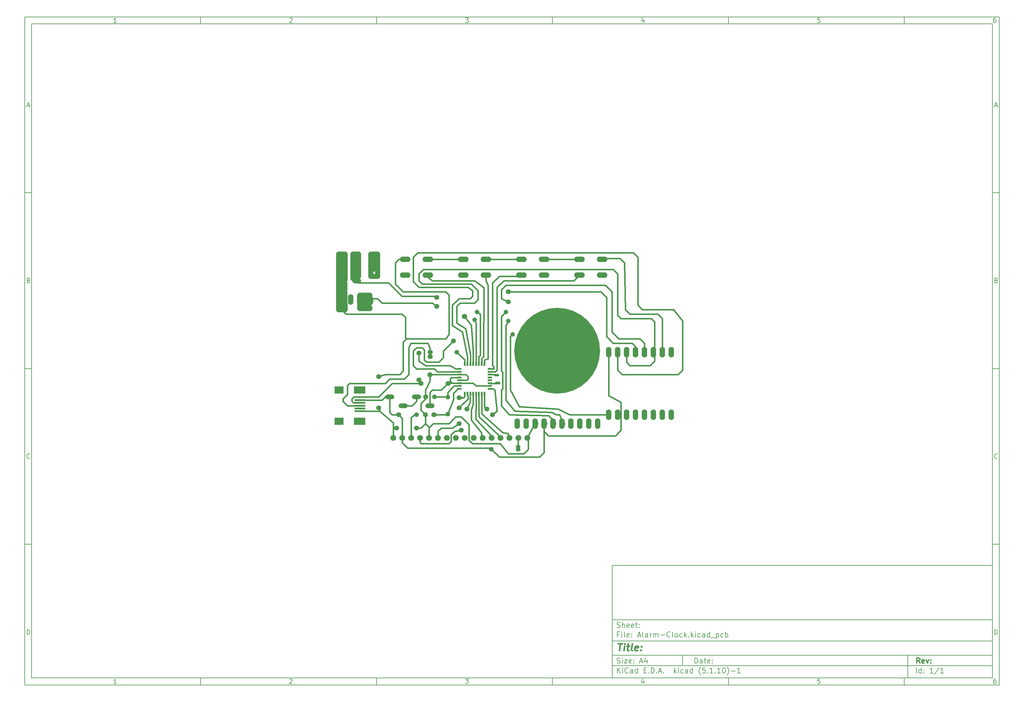
<source format=gbr>
%TF.GenerationSoftware,KiCad,Pcbnew,(5.1.10)-1*%
%TF.CreationDate,2021-11-24T23:11:51+01:00*%
%TF.ProjectId,Alarm-Clock,416c6172-6d2d-4436-9c6f-636b2e6b6963,rev?*%
%TF.SameCoordinates,Original*%
%TF.FileFunction,Copper,L1,Top*%
%TF.FilePolarity,Positive*%
%FSLAX46Y46*%
G04 Gerber Fmt 4.6, Leading zero omitted, Abs format (unit mm)*
G04 Created by KiCad (PCBNEW (5.1.10)-1) date 2021-11-24 23:11:51*
%MOMM*%
%LPD*%
G01*
G04 APERTURE LIST*
%ADD10C,0.100000*%
%ADD11C,0.150000*%
%ADD12C,0.300000*%
%ADD13C,0.400000*%
%TA.AperFunction,ComponentPad*%
%ADD14C,1.676400*%
%TD*%
%TA.AperFunction,ComponentPad*%
%ADD15C,1.320800*%
%TD*%
%TA.AperFunction,SMDPad,CuDef*%
%ADD16R,0.558800X1.270000*%
%TD*%
%TA.AperFunction,SMDPad,CuDef*%
%ADD17R,1.270000X0.558800*%
%TD*%
%TA.AperFunction,ComponentPad*%
%ADD18O,2.641600X1.320800*%
%TD*%
%TA.AperFunction,SMDPad,CuDef*%
%ADD19R,3.100000X0.500000*%
%TD*%
%TA.AperFunction,SMDPad,CuDef*%
%ADD20R,3.300000X2.000000*%
%TD*%
%TA.AperFunction,SMDPad,CuDef*%
%ADD21R,2.500000X2.000000*%
%TD*%
%TA.AperFunction,ComponentPad*%
%ADD22O,1.524000X3.048000*%
%TD*%
%TA.AperFunction,ComponentPad*%
%ADD23O,3.048000X1.524000*%
%TD*%
%TA.AperFunction,ComponentPad*%
%ADD24C,1.524000*%
%TD*%
%TA.AperFunction,ViaPad*%
%ADD25C,24.400000*%
%TD*%
%TA.AperFunction,ViaPad*%
%ADD26C,1.400000*%
%TD*%
%TA.AperFunction,ViaPad*%
%ADD27C,1.406400*%
%TD*%
%TA.AperFunction,ViaPad*%
%ADD28C,1.306400*%
%TD*%
%TA.AperFunction,Conductor*%
%ADD29C,0.406400*%
%TD*%
%TA.AperFunction,Conductor*%
%ADD30C,1.422400*%
%TD*%
%TA.AperFunction,Conductor*%
%ADD31C,0.600000*%
%TD*%
%TA.AperFunction,Conductor*%
%ADD32C,1.930400*%
%TD*%
%TA.AperFunction,Conductor*%
%ADD33C,0.609600*%
%TD*%
G04 APERTURE END LIST*
D10*
D11*
X177002200Y-166007200D02*
X177002200Y-198007200D01*
X285002200Y-198007200D01*
X285002200Y-166007200D01*
X177002200Y-166007200D01*
D10*
D11*
X10000000Y-10000000D02*
X10000000Y-200007200D01*
X287002200Y-200007200D01*
X287002200Y-10000000D01*
X10000000Y-10000000D01*
D10*
D11*
X12000000Y-12000000D02*
X12000000Y-198007200D01*
X285002200Y-198007200D01*
X285002200Y-12000000D01*
X12000000Y-12000000D01*
D10*
D11*
X60000000Y-12000000D02*
X60000000Y-10000000D01*
D10*
D11*
X110000000Y-12000000D02*
X110000000Y-10000000D01*
D10*
D11*
X160000000Y-12000000D02*
X160000000Y-10000000D01*
D10*
D11*
X210000000Y-12000000D02*
X210000000Y-10000000D01*
D10*
D11*
X260000000Y-12000000D02*
X260000000Y-10000000D01*
D10*
D11*
X36065476Y-11588095D02*
X35322619Y-11588095D01*
X35694047Y-11588095D02*
X35694047Y-10288095D01*
X35570238Y-10473809D01*
X35446428Y-10597619D01*
X35322619Y-10659523D01*
D10*
D11*
X85322619Y-10411904D02*
X85384523Y-10350000D01*
X85508333Y-10288095D01*
X85817857Y-10288095D01*
X85941666Y-10350000D01*
X86003571Y-10411904D01*
X86065476Y-10535714D01*
X86065476Y-10659523D01*
X86003571Y-10845238D01*
X85260714Y-11588095D01*
X86065476Y-11588095D01*
D10*
D11*
X135260714Y-10288095D02*
X136065476Y-10288095D01*
X135632142Y-10783333D01*
X135817857Y-10783333D01*
X135941666Y-10845238D01*
X136003571Y-10907142D01*
X136065476Y-11030952D01*
X136065476Y-11340476D01*
X136003571Y-11464285D01*
X135941666Y-11526190D01*
X135817857Y-11588095D01*
X135446428Y-11588095D01*
X135322619Y-11526190D01*
X135260714Y-11464285D01*
D10*
D11*
X185941666Y-10721428D02*
X185941666Y-11588095D01*
X185632142Y-10226190D02*
X185322619Y-11154761D01*
X186127380Y-11154761D01*
D10*
D11*
X236003571Y-10288095D02*
X235384523Y-10288095D01*
X235322619Y-10907142D01*
X235384523Y-10845238D01*
X235508333Y-10783333D01*
X235817857Y-10783333D01*
X235941666Y-10845238D01*
X236003571Y-10907142D01*
X236065476Y-11030952D01*
X236065476Y-11340476D01*
X236003571Y-11464285D01*
X235941666Y-11526190D01*
X235817857Y-11588095D01*
X235508333Y-11588095D01*
X235384523Y-11526190D01*
X235322619Y-11464285D01*
D10*
D11*
X285941666Y-10288095D02*
X285694047Y-10288095D01*
X285570238Y-10350000D01*
X285508333Y-10411904D01*
X285384523Y-10597619D01*
X285322619Y-10845238D01*
X285322619Y-11340476D01*
X285384523Y-11464285D01*
X285446428Y-11526190D01*
X285570238Y-11588095D01*
X285817857Y-11588095D01*
X285941666Y-11526190D01*
X286003571Y-11464285D01*
X286065476Y-11340476D01*
X286065476Y-11030952D01*
X286003571Y-10907142D01*
X285941666Y-10845238D01*
X285817857Y-10783333D01*
X285570238Y-10783333D01*
X285446428Y-10845238D01*
X285384523Y-10907142D01*
X285322619Y-11030952D01*
D10*
D11*
X60000000Y-198007200D02*
X60000000Y-200007200D01*
D10*
D11*
X110000000Y-198007200D02*
X110000000Y-200007200D01*
D10*
D11*
X160000000Y-198007200D02*
X160000000Y-200007200D01*
D10*
D11*
X210000000Y-198007200D02*
X210000000Y-200007200D01*
D10*
D11*
X260000000Y-198007200D02*
X260000000Y-200007200D01*
D10*
D11*
X36065476Y-199595295D02*
X35322619Y-199595295D01*
X35694047Y-199595295D02*
X35694047Y-198295295D01*
X35570238Y-198481009D01*
X35446428Y-198604819D01*
X35322619Y-198666723D01*
D10*
D11*
X85322619Y-198419104D02*
X85384523Y-198357200D01*
X85508333Y-198295295D01*
X85817857Y-198295295D01*
X85941666Y-198357200D01*
X86003571Y-198419104D01*
X86065476Y-198542914D01*
X86065476Y-198666723D01*
X86003571Y-198852438D01*
X85260714Y-199595295D01*
X86065476Y-199595295D01*
D10*
D11*
X135260714Y-198295295D02*
X136065476Y-198295295D01*
X135632142Y-198790533D01*
X135817857Y-198790533D01*
X135941666Y-198852438D01*
X136003571Y-198914342D01*
X136065476Y-199038152D01*
X136065476Y-199347676D01*
X136003571Y-199471485D01*
X135941666Y-199533390D01*
X135817857Y-199595295D01*
X135446428Y-199595295D01*
X135322619Y-199533390D01*
X135260714Y-199471485D01*
D10*
D11*
X185941666Y-198728628D02*
X185941666Y-199595295D01*
X185632142Y-198233390D02*
X185322619Y-199161961D01*
X186127380Y-199161961D01*
D10*
D11*
X236003571Y-198295295D02*
X235384523Y-198295295D01*
X235322619Y-198914342D01*
X235384523Y-198852438D01*
X235508333Y-198790533D01*
X235817857Y-198790533D01*
X235941666Y-198852438D01*
X236003571Y-198914342D01*
X236065476Y-199038152D01*
X236065476Y-199347676D01*
X236003571Y-199471485D01*
X235941666Y-199533390D01*
X235817857Y-199595295D01*
X235508333Y-199595295D01*
X235384523Y-199533390D01*
X235322619Y-199471485D01*
D10*
D11*
X285941666Y-198295295D02*
X285694047Y-198295295D01*
X285570238Y-198357200D01*
X285508333Y-198419104D01*
X285384523Y-198604819D01*
X285322619Y-198852438D01*
X285322619Y-199347676D01*
X285384523Y-199471485D01*
X285446428Y-199533390D01*
X285570238Y-199595295D01*
X285817857Y-199595295D01*
X285941666Y-199533390D01*
X286003571Y-199471485D01*
X286065476Y-199347676D01*
X286065476Y-199038152D01*
X286003571Y-198914342D01*
X285941666Y-198852438D01*
X285817857Y-198790533D01*
X285570238Y-198790533D01*
X285446428Y-198852438D01*
X285384523Y-198914342D01*
X285322619Y-199038152D01*
D10*
D11*
X10000000Y-60000000D02*
X12000000Y-60000000D01*
D10*
D11*
X10000000Y-110000000D02*
X12000000Y-110000000D01*
D10*
D11*
X10000000Y-160000000D02*
X12000000Y-160000000D01*
D10*
D11*
X10690476Y-35216666D02*
X11309523Y-35216666D01*
X10566666Y-35588095D02*
X11000000Y-34288095D01*
X11433333Y-35588095D01*
D10*
D11*
X11092857Y-84907142D02*
X11278571Y-84969047D01*
X11340476Y-85030952D01*
X11402380Y-85154761D01*
X11402380Y-85340476D01*
X11340476Y-85464285D01*
X11278571Y-85526190D01*
X11154761Y-85588095D01*
X10659523Y-85588095D01*
X10659523Y-84288095D01*
X11092857Y-84288095D01*
X11216666Y-84350000D01*
X11278571Y-84411904D01*
X11340476Y-84535714D01*
X11340476Y-84659523D01*
X11278571Y-84783333D01*
X11216666Y-84845238D01*
X11092857Y-84907142D01*
X10659523Y-84907142D01*
D10*
D11*
X11402380Y-135464285D02*
X11340476Y-135526190D01*
X11154761Y-135588095D01*
X11030952Y-135588095D01*
X10845238Y-135526190D01*
X10721428Y-135402380D01*
X10659523Y-135278571D01*
X10597619Y-135030952D01*
X10597619Y-134845238D01*
X10659523Y-134597619D01*
X10721428Y-134473809D01*
X10845238Y-134350000D01*
X11030952Y-134288095D01*
X11154761Y-134288095D01*
X11340476Y-134350000D01*
X11402380Y-134411904D01*
D10*
D11*
X10659523Y-185588095D02*
X10659523Y-184288095D01*
X10969047Y-184288095D01*
X11154761Y-184350000D01*
X11278571Y-184473809D01*
X11340476Y-184597619D01*
X11402380Y-184845238D01*
X11402380Y-185030952D01*
X11340476Y-185278571D01*
X11278571Y-185402380D01*
X11154761Y-185526190D01*
X10969047Y-185588095D01*
X10659523Y-185588095D01*
D10*
D11*
X287002200Y-60000000D02*
X285002200Y-60000000D01*
D10*
D11*
X287002200Y-110000000D02*
X285002200Y-110000000D01*
D10*
D11*
X287002200Y-160000000D02*
X285002200Y-160000000D01*
D10*
D11*
X285692676Y-35216666D02*
X286311723Y-35216666D01*
X285568866Y-35588095D02*
X286002200Y-34288095D01*
X286435533Y-35588095D01*
D10*
D11*
X286095057Y-84907142D02*
X286280771Y-84969047D01*
X286342676Y-85030952D01*
X286404580Y-85154761D01*
X286404580Y-85340476D01*
X286342676Y-85464285D01*
X286280771Y-85526190D01*
X286156961Y-85588095D01*
X285661723Y-85588095D01*
X285661723Y-84288095D01*
X286095057Y-84288095D01*
X286218866Y-84350000D01*
X286280771Y-84411904D01*
X286342676Y-84535714D01*
X286342676Y-84659523D01*
X286280771Y-84783333D01*
X286218866Y-84845238D01*
X286095057Y-84907142D01*
X285661723Y-84907142D01*
D10*
D11*
X286404580Y-135464285D02*
X286342676Y-135526190D01*
X286156961Y-135588095D01*
X286033152Y-135588095D01*
X285847438Y-135526190D01*
X285723628Y-135402380D01*
X285661723Y-135278571D01*
X285599819Y-135030952D01*
X285599819Y-134845238D01*
X285661723Y-134597619D01*
X285723628Y-134473809D01*
X285847438Y-134350000D01*
X286033152Y-134288095D01*
X286156961Y-134288095D01*
X286342676Y-134350000D01*
X286404580Y-134411904D01*
D10*
D11*
X285661723Y-185588095D02*
X285661723Y-184288095D01*
X285971247Y-184288095D01*
X286156961Y-184350000D01*
X286280771Y-184473809D01*
X286342676Y-184597619D01*
X286404580Y-184845238D01*
X286404580Y-185030952D01*
X286342676Y-185278571D01*
X286280771Y-185402380D01*
X286156961Y-185526190D01*
X285971247Y-185588095D01*
X285661723Y-185588095D01*
D10*
D11*
X200434342Y-193785771D02*
X200434342Y-192285771D01*
X200791485Y-192285771D01*
X201005771Y-192357200D01*
X201148628Y-192500057D01*
X201220057Y-192642914D01*
X201291485Y-192928628D01*
X201291485Y-193142914D01*
X201220057Y-193428628D01*
X201148628Y-193571485D01*
X201005771Y-193714342D01*
X200791485Y-193785771D01*
X200434342Y-193785771D01*
X202577200Y-193785771D02*
X202577200Y-193000057D01*
X202505771Y-192857200D01*
X202362914Y-192785771D01*
X202077200Y-192785771D01*
X201934342Y-192857200D01*
X202577200Y-193714342D02*
X202434342Y-193785771D01*
X202077200Y-193785771D01*
X201934342Y-193714342D01*
X201862914Y-193571485D01*
X201862914Y-193428628D01*
X201934342Y-193285771D01*
X202077200Y-193214342D01*
X202434342Y-193214342D01*
X202577200Y-193142914D01*
X203077200Y-192785771D02*
X203648628Y-192785771D01*
X203291485Y-192285771D02*
X203291485Y-193571485D01*
X203362914Y-193714342D01*
X203505771Y-193785771D01*
X203648628Y-193785771D01*
X204720057Y-193714342D02*
X204577200Y-193785771D01*
X204291485Y-193785771D01*
X204148628Y-193714342D01*
X204077200Y-193571485D01*
X204077200Y-193000057D01*
X204148628Y-192857200D01*
X204291485Y-192785771D01*
X204577200Y-192785771D01*
X204720057Y-192857200D01*
X204791485Y-193000057D01*
X204791485Y-193142914D01*
X204077200Y-193285771D01*
X205434342Y-193642914D02*
X205505771Y-193714342D01*
X205434342Y-193785771D01*
X205362914Y-193714342D01*
X205434342Y-193642914D01*
X205434342Y-193785771D01*
X205434342Y-192857200D02*
X205505771Y-192928628D01*
X205434342Y-193000057D01*
X205362914Y-192928628D01*
X205434342Y-192857200D01*
X205434342Y-193000057D01*
D10*
D11*
X177002200Y-194507200D02*
X285002200Y-194507200D01*
D10*
D11*
X178434342Y-196585771D02*
X178434342Y-195085771D01*
X179291485Y-196585771D02*
X178648628Y-195728628D01*
X179291485Y-195085771D02*
X178434342Y-195942914D01*
X179934342Y-196585771D02*
X179934342Y-195585771D01*
X179934342Y-195085771D02*
X179862914Y-195157200D01*
X179934342Y-195228628D01*
X180005771Y-195157200D01*
X179934342Y-195085771D01*
X179934342Y-195228628D01*
X181505771Y-196442914D02*
X181434342Y-196514342D01*
X181220057Y-196585771D01*
X181077200Y-196585771D01*
X180862914Y-196514342D01*
X180720057Y-196371485D01*
X180648628Y-196228628D01*
X180577200Y-195942914D01*
X180577200Y-195728628D01*
X180648628Y-195442914D01*
X180720057Y-195300057D01*
X180862914Y-195157200D01*
X181077200Y-195085771D01*
X181220057Y-195085771D01*
X181434342Y-195157200D01*
X181505771Y-195228628D01*
X182791485Y-196585771D02*
X182791485Y-195800057D01*
X182720057Y-195657200D01*
X182577200Y-195585771D01*
X182291485Y-195585771D01*
X182148628Y-195657200D01*
X182791485Y-196514342D02*
X182648628Y-196585771D01*
X182291485Y-196585771D01*
X182148628Y-196514342D01*
X182077200Y-196371485D01*
X182077200Y-196228628D01*
X182148628Y-196085771D01*
X182291485Y-196014342D01*
X182648628Y-196014342D01*
X182791485Y-195942914D01*
X184148628Y-196585771D02*
X184148628Y-195085771D01*
X184148628Y-196514342D02*
X184005771Y-196585771D01*
X183720057Y-196585771D01*
X183577200Y-196514342D01*
X183505771Y-196442914D01*
X183434342Y-196300057D01*
X183434342Y-195871485D01*
X183505771Y-195728628D01*
X183577200Y-195657200D01*
X183720057Y-195585771D01*
X184005771Y-195585771D01*
X184148628Y-195657200D01*
X186005771Y-195800057D02*
X186505771Y-195800057D01*
X186720057Y-196585771D02*
X186005771Y-196585771D01*
X186005771Y-195085771D01*
X186720057Y-195085771D01*
X187362914Y-196442914D02*
X187434342Y-196514342D01*
X187362914Y-196585771D01*
X187291485Y-196514342D01*
X187362914Y-196442914D01*
X187362914Y-196585771D01*
X188077200Y-196585771D02*
X188077200Y-195085771D01*
X188434342Y-195085771D01*
X188648628Y-195157200D01*
X188791485Y-195300057D01*
X188862914Y-195442914D01*
X188934342Y-195728628D01*
X188934342Y-195942914D01*
X188862914Y-196228628D01*
X188791485Y-196371485D01*
X188648628Y-196514342D01*
X188434342Y-196585771D01*
X188077200Y-196585771D01*
X189577200Y-196442914D02*
X189648628Y-196514342D01*
X189577200Y-196585771D01*
X189505771Y-196514342D01*
X189577200Y-196442914D01*
X189577200Y-196585771D01*
X190220057Y-196157200D02*
X190934342Y-196157200D01*
X190077200Y-196585771D02*
X190577200Y-195085771D01*
X191077200Y-196585771D01*
X191577200Y-196442914D02*
X191648628Y-196514342D01*
X191577200Y-196585771D01*
X191505771Y-196514342D01*
X191577200Y-196442914D01*
X191577200Y-196585771D01*
X194577200Y-196585771D02*
X194577200Y-195085771D01*
X194720057Y-196014342D02*
X195148628Y-196585771D01*
X195148628Y-195585771D02*
X194577200Y-196157200D01*
X195791485Y-196585771D02*
X195791485Y-195585771D01*
X195791485Y-195085771D02*
X195720057Y-195157200D01*
X195791485Y-195228628D01*
X195862914Y-195157200D01*
X195791485Y-195085771D01*
X195791485Y-195228628D01*
X197148628Y-196514342D02*
X197005771Y-196585771D01*
X196720057Y-196585771D01*
X196577200Y-196514342D01*
X196505771Y-196442914D01*
X196434342Y-196300057D01*
X196434342Y-195871485D01*
X196505771Y-195728628D01*
X196577200Y-195657200D01*
X196720057Y-195585771D01*
X197005771Y-195585771D01*
X197148628Y-195657200D01*
X198434342Y-196585771D02*
X198434342Y-195800057D01*
X198362914Y-195657200D01*
X198220057Y-195585771D01*
X197934342Y-195585771D01*
X197791485Y-195657200D01*
X198434342Y-196514342D02*
X198291485Y-196585771D01*
X197934342Y-196585771D01*
X197791485Y-196514342D01*
X197720057Y-196371485D01*
X197720057Y-196228628D01*
X197791485Y-196085771D01*
X197934342Y-196014342D01*
X198291485Y-196014342D01*
X198434342Y-195942914D01*
X199791485Y-196585771D02*
X199791485Y-195085771D01*
X199791485Y-196514342D02*
X199648628Y-196585771D01*
X199362914Y-196585771D01*
X199220057Y-196514342D01*
X199148628Y-196442914D01*
X199077200Y-196300057D01*
X199077200Y-195871485D01*
X199148628Y-195728628D01*
X199220057Y-195657200D01*
X199362914Y-195585771D01*
X199648628Y-195585771D01*
X199791485Y-195657200D01*
X202077200Y-197157200D02*
X202005771Y-197085771D01*
X201862914Y-196871485D01*
X201791485Y-196728628D01*
X201720057Y-196514342D01*
X201648628Y-196157200D01*
X201648628Y-195871485D01*
X201720057Y-195514342D01*
X201791485Y-195300057D01*
X201862914Y-195157200D01*
X202005771Y-194942914D01*
X202077200Y-194871485D01*
X203362914Y-195085771D02*
X202648628Y-195085771D01*
X202577200Y-195800057D01*
X202648628Y-195728628D01*
X202791485Y-195657200D01*
X203148628Y-195657200D01*
X203291485Y-195728628D01*
X203362914Y-195800057D01*
X203434342Y-195942914D01*
X203434342Y-196300057D01*
X203362914Y-196442914D01*
X203291485Y-196514342D01*
X203148628Y-196585771D01*
X202791485Y-196585771D01*
X202648628Y-196514342D01*
X202577200Y-196442914D01*
X204077200Y-196442914D02*
X204148628Y-196514342D01*
X204077200Y-196585771D01*
X204005771Y-196514342D01*
X204077200Y-196442914D01*
X204077200Y-196585771D01*
X205577200Y-196585771D02*
X204720057Y-196585771D01*
X205148628Y-196585771D02*
X205148628Y-195085771D01*
X205005771Y-195300057D01*
X204862914Y-195442914D01*
X204720057Y-195514342D01*
X206220057Y-196442914D02*
X206291485Y-196514342D01*
X206220057Y-196585771D01*
X206148628Y-196514342D01*
X206220057Y-196442914D01*
X206220057Y-196585771D01*
X207720057Y-196585771D02*
X206862914Y-196585771D01*
X207291485Y-196585771D02*
X207291485Y-195085771D01*
X207148628Y-195300057D01*
X207005771Y-195442914D01*
X206862914Y-195514342D01*
X208648628Y-195085771D02*
X208791485Y-195085771D01*
X208934342Y-195157200D01*
X209005771Y-195228628D01*
X209077200Y-195371485D01*
X209148628Y-195657200D01*
X209148628Y-196014342D01*
X209077200Y-196300057D01*
X209005771Y-196442914D01*
X208934342Y-196514342D01*
X208791485Y-196585771D01*
X208648628Y-196585771D01*
X208505771Y-196514342D01*
X208434342Y-196442914D01*
X208362914Y-196300057D01*
X208291485Y-196014342D01*
X208291485Y-195657200D01*
X208362914Y-195371485D01*
X208434342Y-195228628D01*
X208505771Y-195157200D01*
X208648628Y-195085771D01*
X209648628Y-197157200D02*
X209720057Y-197085771D01*
X209862914Y-196871485D01*
X209934342Y-196728628D01*
X210005771Y-196514342D01*
X210077200Y-196157200D01*
X210077200Y-195871485D01*
X210005771Y-195514342D01*
X209934342Y-195300057D01*
X209862914Y-195157200D01*
X209720057Y-194942914D01*
X209648628Y-194871485D01*
X210791485Y-196014342D02*
X211934342Y-196014342D01*
X213434342Y-196585771D02*
X212577200Y-196585771D01*
X213005771Y-196585771D02*
X213005771Y-195085771D01*
X212862914Y-195300057D01*
X212720057Y-195442914D01*
X212577200Y-195514342D01*
D10*
D11*
X177002200Y-191507200D02*
X285002200Y-191507200D01*
D10*
D12*
X264411485Y-193785771D02*
X263911485Y-193071485D01*
X263554342Y-193785771D02*
X263554342Y-192285771D01*
X264125771Y-192285771D01*
X264268628Y-192357200D01*
X264340057Y-192428628D01*
X264411485Y-192571485D01*
X264411485Y-192785771D01*
X264340057Y-192928628D01*
X264268628Y-193000057D01*
X264125771Y-193071485D01*
X263554342Y-193071485D01*
X265625771Y-193714342D02*
X265482914Y-193785771D01*
X265197200Y-193785771D01*
X265054342Y-193714342D01*
X264982914Y-193571485D01*
X264982914Y-193000057D01*
X265054342Y-192857200D01*
X265197200Y-192785771D01*
X265482914Y-192785771D01*
X265625771Y-192857200D01*
X265697200Y-193000057D01*
X265697200Y-193142914D01*
X264982914Y-193285771D01*
X266197200Y-192785771D02*
X266554342Y-193785771D01*
X266911485Y-192785771D01*
X267482914Y-193642914D02*
X267554342Y-193714342D01*
X267482914Y-193785771D01*
X267411485Y-193714342D01*
X267482914Y-193642914D01*
X267482914Y-193785771D01*
X267482914Y-192857200D02*
X267554342Y-192928628D01*
X267482914Y-193000057D01*
X267411485Y-192928628D01*
X267482914Y-192857200D01*
X267482914Y-193000057D01*
D10*
D11*
X178362914Y-193714342D02*
X178577200Y-193785771D01*
X178934342Y-193785771D01*
X179077200Y-193714342D01*
X179148628Y-193642914D01*
X179220057Y-193500057D01*
X179220057Y-193357200D01*
X179148628Y-193214342D01*
X179077200Y-193142914D01*
X178934342Y-193071485D01*
X178648628Y-193000057D01*
X178505771Y-192928628D01*
X178434342Y-192857200D01*
X178362914Y-192714342D01*
X178362914Y-192571485D01*
X178434342Y-192428628D01*
X178505771Y-192357200D01*
X178648628Y-192285771D01*
X179005771Y-192285771D01*
X179220057Y-192357200D01*
X179862914Y-193785771D02*
X179862914Y-192785771D01*
X179862914Y-192285771D02*
X179791485Y-192357200D01*
X179862914Y-192428628D01*
X179934342Y-192357200D01*
X179862914Y-192285771D01*
X179862914Y-192428628D01*
X180434342Y-192785771D02*
X181220057Y-192785771D01*
X180434342Y-193785771D01*
X181220057Y-193785771D01*
X182362914Y-193714342D02*
X182220057Y-193785771D01*
X181934342Y-193785771D01*
X181791485Y-193714342D01*
X181720057Y-193571485D01*
X181720057Y-193000057D01*
X181791485Y-192857200D01*
X181934342Y-192785771D01*
X182220057Y-192785771D01*
X182362914Y-192857200D01*
X182434342Y-193000057D01*
X182434342Y-193142914D01*
X181720057Y-193285771D01*
X183077200Y-193642914D02*
X183148628Y-193714342D01*
X183077200Y-193785771D01*
X183005771Y-193714342D01*
X183077200Y-193642914D01*
X183077200Y-193785771D01*
X183077200Y-192857200D02*
X183148628Y-192928628D01*
X183077200Y-193000057D01*
X183005771Y-192928628D01*
X183077200Y-192857200D01*
X183077200Y-193000057D01*
X184862914Y-193357200D02*
X185577200Y-193357200D01*
X184720057Y-193785771D02*
X185220057Y-192285771D01*
X185720057Y-193785771D01*
X186862914Y-192785771D02*
X186862914Y-193785771D01*
X186505771Y-192214342D02*
X186148628Y-193285771D01*
X187077200Y-193285771D01*
D10*
D11*
X263434342Y-196585771D02*
X263434342Y-195085771D01*
X264791485Y-196585771D02*
X264791485Y-195085771D01*
X264791485Y-196514342D02*
X264648628Y-196585771D01*
X264362914Y-196585771D01*
X264220057Y-196514342D01*
X264148628Y-196442914D01*
X264077200Y-196300057D01*
X264077200Y-195871485D01*
X264148628Y-195728628D01*
X264220057Y-195657200D01*
X264362914Y-195585771D01*
X264648628Y-195585771D01*
X264791485Y-195657200D01*
X265505771Y-196442914D02*
X265577200Y-196514342D01*
X265505771Y-196585771D01*
X265434342Y-196514342D01*
X265505771Y-196442914D01*
X265505771Y-196585771D01*
X265505771Y-195657200D02*
X265577200Y-195728628D01*
X265505771Y-195800057D01*
X265434342Y-195728628D01*
X265505771Y-195657200D01*
X265505771Y-195800057D01*
X268148628Y-196585771D02*
X267291485Y-196585771D01*
X267720057Y-196585771D02*
X267720057Y-195085771D01*
X267577200Y-195300057D01*
X267434342Y-195442914D01*
X267291485Y-195514342D01*
X269862914Y-195014342D02*
X268577200Y-196942914D01*
X271148628Y-196585771D02*
X270291485Y-196585771D01*
X270720057Y-196585771D02*
X270720057Y-195085771D01*
X270577200Y-195300057D01*
X270434342Y-195442914D01*
X270291485Y-195514342D01*
D10*
D11*
X177002200Y-187507200D02*
X285002200Y-187507200D01*
D10*
D13*
X178714580Y-188211961D02*
X179857438Y-188211961D01*
X179036009Y-190211961D02*
X179286009Y-188211961D01*
X180274104Y-190211961D02*
X180440771Y-188878628D01*
X180524104Y-188211961D02*
X180416961Y-188307200D01*
X180500295Y-188402438D01*
X180607438Y-188307200D01*
X180524104Y-188211961D01*
X180500295Y-188402438D01*
X181107438Y-188878628D02*
X181869342Y-188878628D01*
X181476485Y-188211961D02*
X181262200Y-189926247D01*
X181333628Y-190116723D01*
X181512200Y-190211961D01*
X181702676Y-190211961D01*
X182655057Y-190211961D02*
X182476485Y-190116723D01*
X182405057Y-189926247D01*
X182619342Y-188211961D01*
X184190771Y-190116723D02*
X183988390Y-190211961D01*
X183607438Y-190211961D01*
X183428866Y-190116723D01*
X183357438Y-189926247D01*
X183452676Y-189164342D01*
X183571723Y-188973866D01*
X183774104Y-188878628D01*
X184155057Y-188878628D01*
X184333628Y-188973866D01*
X184405057Y-189164342D01*
X184381247Y-189354819D01*
X183405057Y-189545295D01*
X185155057Y-190021485D02*
X185238390Y-190116723D01*
X185131247Y-190211961D01*
X185047914Y-190116723D01*
X185155057Y-190021485D01*
X185131247Y-190211961D01*
X185286009Y-188973866D02*
X185369342Y-189069104D01*
X185262200Y-189164342D01*
X185178866Y-189069104D01*
X185286009Y-188973866D01*
X185262200Y-189164342D01*
D10*
D11*
X178934342Y-185600057D02*
X178434342Y-185600057D01*
X178434342Y-186385771D02*
X178434342Y-184885771D01*
X179148628Y-184885771D01*
X179720057Y-186385771D02*
X179720057Y-185385771D01*
X179720057Y-184885771D02*
X179648628Y-184957200D01*
X179720057Y-185028628D01*
X179791485Y-184957200D01*
X179720057Y-184885771D01*
X179720057Y-185028628D01*
X180648628Y-186385771D02*
X180505771Y-186314342D01*
X180434342Y-186171485D01*
X180434342Y-184885771D01*
X181791485Y-186314342D02*
X181648628Y-186385771D01*
X181362914Y-186385771D01*
X181220057Y-186314342D01*
X181148628Y-186171485D01*
X181148628Y-185600057D01*
X181220057Y-185457200D01*
X181362914Y-185385771D01*
X181648628Y-185385771D01*
X181791485Y-185457200D01*
X181862914Y-185600057D01*
X181862914Y-185742914D01*
X181148628Y-185885771D01*
X182505771Y-186242914D02*
X182577200Y-186314342D01*
X182505771Y-186385771D01*
X182434342Y-186314342D01*
X182505771Y-186242914D01*
X182505771Y-186385771D01*
X182505771Y-185457200D02*
X182577200Y-185528628D01*
X182505771Y-185600057D01*
X182434342Y-185528628D01*
X182505771Y-185457200D01*
X182505771Y-185600057D01*
X184291485Y-185957200D02*
X185005771Y-185957200D01*
X184148628Y-186385771D02*
X184648628Y-184885771D01*
X185148628Y-186385771D01*
X185862914Y-186385771D02*
X185720057Y-186314342D01*
X185648628Y-186171485D01*
X185648628Y-184885771D01*
X187077200Y-186385771D02*
X187077200Y-185600057D01*
X187005771Y-185457200D01*
X186862914Y-185385771D01*
X186577200Y-185385771D01*
X186434342Y-185457200D01*
X187077200Y-186314342D02*
X186934342Y-186385771D01*
X186577200Y-186385771D01*
X186434342Y-186314342D01*
X186362914Y-186171485D01*
X186362914Y-186028628D01*
X186434342Y-185885771D01*
X186577200Y-185814342D01*
X186934342Y-185814342D01*
X187077200Y-185742914D01*
X187791485Y-186385771D02*
X187791485Y-185385771D01*
X187791485Y-185671485D02*
X187862914Y-185528628D01*
X187934342Y-185457200D01*
X188077200Y-185385771D01*
X188220057Y-185385771D01*
X188720057Y-186385771D02*
X188720057Y-185385771D01*
X188720057Y-185528628D02*
X188791485Y-185457200D01*
X188934342Y-185385771D01*
X189148628Y-185385771D01*
X189291485Y-185457200D01*
X189362914Y-185600057D01*
X189362914Y-186385771D01*
X189362914Y-185600057D02*
X189434342Y-185457200D01*
X189577200Y-185385771D01*
X189791485Y-185385771D01*
X189934342Y-185457200D01*
X190005771Y-185600057D01*
X190005771Y-186385771D01*
X190720057Y-185814342D02*
X191862914Y-185814342D01*
X193434342Y-186242914D02*
X193362914Y-186314342D01*
X193148628Y-186385771D01*
X193005771Y-186385771D01*
X192791485Y-186314342D01*
X192648628Y-186171485D01*
X192577200Y-186028628D01*
X192505771Y-185742914D01*
X192505771Y-185528628D01*
X192577200Y-185242914D01*
X192648628Y-185100057D01*
X192791485Y-184957200D01*
X193005771Y-184885771D01*
X193148628Y-184885771D01*
X193362914Y-184957200D01*
X193434342Y-185028628D01*
X194291485Y-186385771D02*
X194148628Y-186314342D01*
X194077200Y-186171485D01*
X194077200Y-184885771D01*
X195077200Y-186385771D02*
X194934342Y-186314342D01*
X194862914Y-186242914D01*
X194791485Y-186100057D01*
X194791485Y-185671485D01*
X194862914Y-185528628D01*
X194934342Y-185457200D01*
X195077200Y-185385771D01*
X195291485Y-185385771D01*
X195434342Y-185457200D01*
X195505771Y-185528628D01*
X195577200Y-185671485D01*
X195577200Y-186100057D01*
X195505771Y-186242914D01*
X195434342Y-186314342D01*
X195291485Y-186385771D01*
X195077200Y-186385771D01*
X196862914Y-186314342D02*
X196720057Y-186385771D01*
X196434342Y-186385771D01*
X196291485Y-186314342D01*
X196220057Y-186242914D01*
X196148628Y-186100057D01*
X196148628Y-185671485D01*
X196220057Y-185528628D01*
X196291485Y-185457200D01*
X196434342Y-185385771D01*
X196720057Y-185385771D01*
X196862914Y-185457200D01*
X197505771Y-186385771D02*
X197505771Y-184885771D01*
X197648628Y-185814342D02*
X198077200Y-186385771D01*
X198077200Y-185385771D02*
X197505771Y-185957200D01*
X198720057Y-186242914D02*
X198791485Y-186314342D01*
X198720057Y-186385771D01*
X198648628Y-186314342D01*
X198720057Y-186242914D01*
X198720057Y-186385771D01*
X199434342Y-186385771D02*
X199434342Y-184885771D01*
X199577200Y-185814342D02*
X200005771Y-186385771D01*
X200005771Y-185385771D02*
X199434342Y-185957200D01*
X200648628Y-186385771D02*
X200648628Y-185385771D01*
X200648628Y-184885771D02*
X200577200Y-184957200D01*
X200648628Y-185028628D01*
X200720057Y-184957200D01*
X200648628Y-184885771D01*
X200648628Y-185028628D01*
X202005771Y-186314342D02*
X201862914Y-186385771D01*
X201577200Y-186385771D01*
X201434342Y-186314342D01*
X201362914Y-186242914D01*
X201291485Y-186100057D01*
X201291485Y-185671485D01*
X201362914Y-185528628D01*
X201434342Y-185457200D01*
X201577200Y-185385771D01*
X201862914Y-185385771D01*
X202005771Y-185457200D01*
X203291485Y-186385771D02*
X203291485Y-185600057D01*
X203220057Y-185457200D01*
X203077200Y-185385771D01*
X202791485Y-185385771D01*
X202648628Y-185457200D01*
X203291485Y-186314342D02*
X203148628Y-186385771D01*
X202791485Y-186385771D01*
X202648628Y-186314342D01*
X202577200Y-186171485D01*
X202577200Y-186028628D01*
X202648628Y-185885771D01*
X202791485Y-185814342D01*
X203148628Y-185814342D01*
X203291485Y-185742914D01*
X204648628Y-186385771D02*
X204648628Y-184885771D01*
X204648628Y-186314342D02*
X204505771Y-186385771D01*
X204220057Y-186385771D01*
X204077200Y-186314342D01*
X204005771Y-186242914D01*
X203934342Y-186100057D01*
X203934342Y-185671485D01*
X204005771Y-185528628D01*
X204077200Y-185457200D01*
X204220057Y-185385771D01*
X204505771Y-185385771D01*
X204648628Y-185457200D01*
X205005771Y-186528628D02*
X206148628Y-186528628D01*
X206505771Y-185385771D02*
X206505771Y-186885771D01*
X206505771Y-185457200D02*
X206648628Y-185385771D01*
X206934342Y-185385771D01*
X207077200Y-185457200D01*
X207148628Y-185528628D01*
X207220057Y-185671485D01*
X207220057Y-186100057D01*
X207148628Y-186242914D01*
X207077200Y-186314342D01*
X206934342Y-186385771D01*
X206648628Y-186385771D01*
X206505771Y-186314342D01*
X208505771Y-186314342D02*
X208362914Y-186385771D01*
X208077200Y-186385771D01*
X207934342Y-186314342D01*
X207862914Y-186242914D01*
X207791485Y-186100057D01*
X207791485Y-185671485D01*
X207862914Y-185528628D01*
X207934342Y-185457200D01*
X208077200Y-185385771D01*
X208362914Y-185385771D01*
X208505771Y-185457200D01*
X209148628Y-186385771D02*
X209148628Y-184885771D01*
X209148628Y-185457200D02*
X209291485Y-185385771D01*
X209577200Y-185385771D01*
X209720057Y-185457200D01*
X209791485Y-185528628D01*
X209862914Y-185671485D01*
X209862914Y-186100057D01*
X209791485Y-186242914D01*
X209720057Y-186314342D01*
X209577200Y-186385771D01*
X209291485Y-186385771D01*
X209148628Y-186314342D01*
D10*
D11*
X177002200Y-181507200D02*
X285002200Y-181507200D01*
D10*
D11*
X178362914Y-183614342D02*
X178577200Y-183685771D01*
X178934342Y-183685771D01*
X179077200Y-183614342D01*
X179148628Y-183542914D01*
X179220057Y-183400057D01*
X179220057Y-183257200D01*
X179148628Y-183114342D01*
X179077200Y-183042914D01*
X178934342Y-182971485D01*
X178648628Y-182900057D01*
X178505771Y-182828628D01*
X178434342Y-182757200D01*
X178362914Y-182614342D01*
X178362914Y-182471485D01*
X178434342Y-182328628D01*
X178505771Y-182257200D01*
X178648628Y-182185771D01*
X179005771Y-182185771D01*
X179220057Y-182257200D01*
X179862914Y-183685771D02*
X179862914Y-182185771D01*
X180505771Y-183685771D02*
X180505771Y-182900057D01*
X180434342Y-182757200D01*
X180291485Y-182685771D01*
X180077200Y-182685771D01*
X179934342Y-182757200D01*
X179862914Y-182828628D01*
X181791485Y-183614342D02*
X181648628Y-183685771D01*
X181362914Y-183685771D01*
X181220057Y-183614342D01*
X181148628Y-183471485D01*
X181148628Y-182900057D01*
X181220057Y-182757200D01*
X181362914Y-182685771D01*
X181648628Y-182685771D01*
X181791485Y-182757200D01*
X181862914Y-182900057D01*
X181862914Y-183042914D01*
X181148628Y-183185771D01*
X183077200Y-183614342D02*
X182934342Y-183685771D01*
X182648628Y-183685771D01*
X182505771Y-183614342D01*
X182434342Y-183471485D01*
X182434342Y-182900057D01*
X182505771Y-182757200D01*
X182648628Y-182685771D01*
X182934342Y-182685771D01*
X183077200Y-182757200D01*
X183148628Y-182900057D01*
X183148628Y-183042914D01*
X182434342Y-183185771D01*
X183577200Y-182685771D02*
X184148628Y-182685771D01*
X183791485Y-182185771D02*
X183791485Y-183471485D01*
X183862914Y-183614342D01*
X184005771Y-183685771D01*
X184148628Y-183685771D01*
X184648628Y-183542914D02*
X184720057Y-183614342D01*
X184648628Y-183685771D01*
X184577200Y-183614342D01*
X184648628Y-183542914D01*
X184648628Y-183685771D01*
X184648628Y-182757200D02*
X184720057Y-182828628D01*
X184648628Y-182900057D01*
X184577200Y-182828628D01*
X184648628Y-182757200D01*
X184648628Y-182900057D01*
D10*
D11*
X197002200Y-191507200D02*
X197002200Y-194507200D01*
D10*
D11*
X261002200Y-191507200D02*
X261002200Y-198007200D01*
D14*
%TO.P,DIS1,16*%
%TO.N,Net-(C1-Pad2)*%
X152861100Y-129706100D03*
%TO.P,DIS1,15*%
%TO.N,Net-(DIS1-Pad15)*%
X150321100Y-129706100D03*
%TO.P,DIS1,14*%
%TO.N,Net-(DIS1-Pad14)*%
X147781100Y-129706100D03*
%TO.P,DIS1,13*%
%TO.N,Net-(DIS1-Pad13)*%
X145241100Y-129706100D03*
%TO.P,DIS1,12*%
%TO.N,Net-(DIS1-Pad12)*%
X142701100Y-129706100D03*
%TO.P,DIS1,11*%
%TO.N,Net-(DIS1-Pad11)*%
X140161100Y-129706100D03*
%TO.P,DIS1,10*%
%TO.N,Net-(DIS1-Pad10)*%
X137621100Y-129706100D03*
%TO.P,DIS1,9*%
%TO.N,Net-(DIS1-Pad9)*%
X135081100Y-129706100D03*
%TO.P,DIS1,8*%
%TO.N,Net-(DIS1-Pad8)*%
X132541100Y-129706100D03*
%TO.P,DIS1,7*%
%TO.N,Net-(DIS1-Pad7)*%
X130001100Y-129706100D03*
%TO.P,DIS1,6*%
%TO.N,Net-(DIS1-Pad6)*%
X127461100Y-129706100D03*
%TO.P,DIS1,5*%
%TO.N,Net-(C1-Pad2)*%
X124921100Y-129706100D03*
%TO.P,DIS1,4*%
%TO.N,Net-(DIS1-Pad4)*%
X122381100Y-129706100D03*
%TO.P,DIS1,3*%
%TO.N,Net-(DIS1-Pad3)*%
X119841100Y-129706100D03*
%TO.P,DIS1,2*%
%TO.N,Net-(D2-PadA)*%
X117301100Y-129706100D03*
%TO.P,DIS1,1*%
%TO.N,Net-(C1-Pad2)*%
X114761100Y-129706100D03*
%TD*%
D15*
%TO.P,Q1,2*%
%TO.N,Net-(C1-Pad1)*%
X130251100Y-118143100D03*
%TO.P,Q1,1*%
%TO.N,Net-(C2-Pad1)*%
X130251100Y-122969100D03*
%TD*%
D16*
%TO.P,IC1,32*%
%TO.N,Net-(IC1-Pad32)*%
X135071100Y-108643500D03*
%TO.P,IC1,31*%
%TO.N,Net-(IC1-Pad31)*%
X135871100Y-108643500D03*
%TO.P,IC1,30*%
%TO.N,Net-(IC1-Pad30)*%
X136671100Y-108643500D03*
%TO.P,IC1,29*%
%TO.N,Net-(IC1-Pad29)*%
X137471100Y-108643500D03*
%TO.P,IC1,28*%
%TO.N,Net-(IC1-Pad28)*%
X138271100Y-108643500D03*
%TO.P,IC1,27*%
%TO.N,Net-(IC1-Pad27)*%
X139071100Y-108643500D03*
%TO.P,IC1,26*%
%TO.N,Net-(IC1-Pad26)*%
X139871100Y-108643500D03*
%TO.P,IC1,25*%
%TO.N,Net-(IC1-Pad25)*%
X140671100Y-108643500D03*
D17*
%TO.P,IC1,24*%
%TO.N,Net-(IC1-Pad24)*%
X142163700Y-110136100D03*
%TO.P,IC1,23*%
%TO.N,Net-(IC1-Pad23)*%
X142163700Y-110936100D03*
%TO.P,IC1,22*%
%TO.N,Net-(IC1-Pad22)*%
X142163700Y-111736100D03*
%TO.P,IC1,21*%
%TO.N,GND*%
X142163700Y-112536100D03*
%TO.P,IC1,20*%
%TO.N,Net-(IC1-Pad20)*%
X142163700Y-113336100D03*
%TO.P,IC1,19*%
%TO.N,Net-(IC1-Pad19)*%
X142163700Y-114136100D03*
%TO.P,IC1,18*%
%TO.N,Net-(D1-PadC)*%
X142163700Y-114936100D03*
%TO.P,IC1,17*%
%TO.N,Net-(DIS1-Pad4)*%
X142163700Y-115736100D03*
D16*
%TO.P,IC1,16*%
%TO.N,Net-(DIS1-Pad6)*%
X140671100Y-117228700D03*
%TO.P,IC1,15*%
%TO.N,Net-(DIS1-Pad14)*%
X139871100Y-117228700D03*
%TO.P,IC1,14*%
%TO.N,Net-(DIS1-Pad13)*%
X139071100Y-117228700D03*
%TO.P,IC1,13*%
%TO.N,Net-(DIS1-Pad12)*%
X138271100Y-117228700D03*
%TO.P,IC1,12*%
%TO.N,Net-(DIS1-Pad11)*%
X137471100Y-117228700D03*
%TO.P,IC1,11*%
%TO.N,Net-(IC1-Pad11)*%
X136671100Y-117228700D03*
%TO.P,IC1,10*%
%TO.N,Net-(IC1-Pad10)*%
X135871100Y-117228700D03*
%TO.P,IC1,9*%
%TO.N,Net-(IC1-Pad9)*%
X135071100Y-117228700D03*
D17*
%TO.P,IC1,8*%
%TO.N,Net-(C1-Pad1)*%
X133578500Y-115736100D03*
%TO.P,IC1,7*%
%TO.N,Net-(C2-Pad1)*%
X133578500Y-114936100D03*
%TO.P,IC1,6*%
%TO.N,Net-(D1-PadC)*%
X133578500Y-114136100D03*
%TO.P,IC1,5*%
%TO.N,Net-(C1-Pad2)*%
X133578500Y-113336100D03*
%TO.P,IC1,4*%
%TO.N,Net-(D1-PadC)*%
X133578500Y-112536100D03*
%TO.P,IC1,3*%
%TO.N,Net-(C1-Pad2)*%
X133578500Y-111736100D03*
%TO.P,IC1,2*%
%TO.N,Net-(IC1-Pad2)*%
X133578500Y-110936100D03*
%TO.P,IC1,1*%
%TO.N,Net-(IC1-Pad1)*%
X133578500Y-110136100D03*
%TD*%
D15*
%TO.P,R1,2*%
%TO.N,Net-(R1-Pad2)*%
X125171100Y-105316100D03*
%TO.P,R1,1*%
%TO.N,Net-(IC1-Pad32)*%
X132791100Y-105316100D03*
%TD*%
%TO.P,R2,2*%
%TO.N,Net-(R2-Pad2)*%
X121996100Y-113253600D03*
%TO.P,R2,1*%
%TO.N,Net-(IC1-Pad1)*%
X121996100Y-105633600D03*
%TD*%
%TO.P,R3,2*%
%TO.N,Net-(C1-Pad2)*%
X125171100Y-111666100D03*
%TO.P,R3,1*%
%TO.N,Net-(R1-Pad2)*%
X125171100Y-106586100D03*
%TD*%
%TO.P,R4,2*%
%TO.N,Net-(R2-Pad2)*%
X122631100Y-114206100D03*
%TO.P,R4,1*%
%TO.N,Net-(D1-PadC)*%
X130251100Y-114206100D03*
%TD*%
D18*
%TO.P,D1,A*%
%TO.N,Net-(D1-PadA)*%
X117551100Y-120556100D03*
%TO.P,D1,C*%
%TO.N,Net-(D1-PadC)*%
X125171100Y-120556100D03*
%TD*%
%TO.P,D2,A*%
%TO.N,Net-(D2-PadA)*%
X113741100Y-118016100D03*
%TO.P,D2,C*%
%TO.N,Net-(D1-PadA)*%
X121361100Y-118016100D03*
%TD*%
D15*
%TO.P,C1,2*%
%TO.N,Net-(C1-Pad2)*%
X123901100Y-123096100D03*
%TO.P,C1,1*%
%TO.N,Net-(C1-Pad1)*%
X126441100Y-123096100D03*
%TD*%
%TO.P,C2,2*%
%TO.N,Net-(C1-Pad2)*%
X123901100Y-118016100D03*
%TO.P,C2,1*%
%TO.N,Net-(C2-Pad1)*%
X126441100Y-118016100D03*
%TD*%
%TO.P,R5,2*%
%TO.N,Net-(D2-PadA)*%
X116281100Y-123096100D03*
%TO.P,R5,1*%
%TO.N,Net-(DIS1-Pad3)*%
X121361100Y-123096100D03*
%TD*%
D19*
%TO.P,X1,5*%
%TO.N,Net-(C1-Pad2)*%
X105311100Y-122156100D03*
%TO.P,X1,4*%
%TO.N,Net-(X1-Pad4)*%
X105311100Y-121356100D03*
%TO.P,X1,3*%
%TO.N,Net-(R1-Pad2)*%
X105311100Y-120556100D03*
%TO.P,X1,2*%
%TO.N,Net-(R2-Pad2)*%
X105311100Y-119756100D03*
%TO.P,X1,1*%
%TO.N,Net-(D2-PadA)*%
X105311100Y-118956100D03*
D20*
%TO.P,X1,M3*%
%TO.N,N/C*%
X105211100Y-116106100D03*
%TO.P,X1,M4*%
X105211100Y-125006100D03*
D21*
%TO.P,X1,M2*%
X99311100Y-116106100D03*
%TO.P,X1,M1*%
X99311100Y-125006100D03*
%TD*%
D22*
%TO.P,JP1,8*%
%TO.N,Net-(JP1-Pad8)*%
X193751100Y-123096100D03*
%TO.P,JP1,7*%
%TO.N,Net-(JP1-Pad7)*%
X191211100Y-123096100D03*
%TO.P,JP1,6*%
%TO.N,Net-(JP1-Pad6)*%
X188671100Y-123096100D03*
%TO.P,JP1,5*%
%TO.N,Net-(JP1-Pad5)*%
X186131100Y-123096100D03*
%TO.P,JP1,4*%
%TO.N,Net-(JP1-Pad4)*%
X183591100Y-123096100D03*
%TO.P,JP1,3*%
%TO.N,Net-(JP1-Pad3)*%
X181051100Y-123096100D03*
%TO.P,JP1,2*%
%TO.N,Net-(JP1-Pad2)*%
X178511100Y-123096100D03*
%TO.P,JP1,1*%
%TO.N,Net-(IC1-Pad2)*%
X175971100Y-123096100D03*
%TD*%
%TO.P,JP2,8*%
%TO.N,Net-(JP2-Pad8)*%
X193751100Y-105316100D03*
%TO.P,JP2,7*%
%TO.N,Net-(C1-Pad2)*%
X191211100Y-105316100D03*
%TO.P,JP2,6*%
%TO.N,Net-(JP2-Pad6)*%
X188671100Y-105316100D03*
%TO.P,JP2,5*%
%TO.N,Net-(JP2-Pad5)*%
X186131100Y-105316100D03*
%TO.P,JP2,4*%
%TO.N,Net-(JP2-Pad4)*%
X183591100Y-105316100D03*
%TO.P,JP2,3*%
%TO.N,Net-(IC1-Pad30)*%
X181051100Y-105316100D03*
%TO.P,JP2,2*%
%TO.N,Net-(IC1-Pad31)*%
X178511100Y-105316100D03*
%TO.P,JP2,1*%
%TO.N,Net-(D2-PadA)*%
X175971100Y-105316100D03*
%TD*%
D23*
%TO.P,S1,4*%
%TO.N,Net-(IC1-Pad26)*%
X124612300Y-83446700D03*
%TO.P,S1,2*%
%TO.N,Net-(C1-Pad2)*%
X124612300Y-78925500D03*
%TO.P,S1,3*%
%TO.N,Net-(IC1-Pad26)*%
X118109900Y-83446700D03*
%TO.P,S1,1*%
%TO.N,Net-(C1-Pad2)*%
X118109900Y-78925500D03*
%TD*%
%TO.P,S2,4*%
%TO.N,Net-(IC1-Pad25)*%
X141122300Y-83446700D03*
%TO.P,S2,2*%
%TO.N,Net-(C1-Pad2)*%
X141122300Y-78925500D03*
%TO.P,S2,3*%
%TO.N,Net-(IC1-Pad25)*%
X134619900Y-83446700D03*
%TO.P,S2,1*%
%TO.N,Net-(C1-Pad2)*%
X134619900Y-78925500D03*
%TD*%
%TO.P,S3,4*%
%TO.N,Net-(IC1-Pad24)*%
X157632300Y-83446700D03*
%TO.P,S3,2*%
%TO.N,Net-(C1-Pad2)*%
X157632300Y-78925500D03*
%TO.P,S3,3*%
%TO.N,Net-(IC1-Pad24)*%
X151129900Y-83446700D03*
%TO.P,S3,1*%
%TO.N,Net-(C1-Pad2)*%
X151129900Y-78925500D03*
%TD*%
%TO.P,S4,4*%
%TO.N,Net-(IC1-Pad23)*%
X174142300Y-83446700D03*
%TO.P,S4,2*%
%TO.N,Net-(C1-Pad2)*%
X174142300Y-78925500D03*
%TO.P,S4,3*%
%TO.N,Net-(IC1-Pad23)*%
X167639900Y-83446700D03*
%TO.P,S4,1*%
%TO.N,Net-(C1-Pad2)*%
X167639900Y-78925500D03*
%TD*%
D22*
%TO.P,JP4,10*%
%TO.N,Net-(JP4-Pad10)*%
X172796100Y-125636100D03*
%TO.P,JP4,9*%
%TO.N,Net-(JP4-Pad9)*%
X170256100Y-125636100D03*
%TO.P,JP4,8*%
%TO.N,Net-(JP4-Pad8)*%
X167716100Y-125636100D03*
%TO.P,JP4,7*%
%TO.N,Net-(JP4-Pad7)*%
X165176100Y-125636100D03*
%TO.P,JP4,6*%
%TO.N,Net-(IC1-Pad28)*%
X162636100Y-125636100D03*
%TO.P,JP4,5*%
%TO.N,Net-(IC1-Pad27)*%
X160096100Y-125636100D03*
%TO.P,JP4,4*%
%TO.N,Net-(D2-PadA)*%
X157556100Y-125636100D03*
%TO.P,JP4,3*%
%TO.N,Net-(C1-Pad2)*%
X155016100Y-125636100D03*
%TO.P,JP4,2*%
%TO.N,Net-(JP4-Pad2)*%
X152476100Y-125636100D03*
%TO.P,JP4,1*%
%TO.N,Net-(JP4-Pad1)*%
X149936100Y-125636100D03*
%TD*%
D24*
%TO.P,JP7,1*%
%TO.N,Net-(IC1-Pad29)*%
X135013600Y-95156100D03*
%TD*%
D15*
%TO.P,R6,2*%
%TO.N,Net-(DIS1-Pad15)*%
X150253600Y-132938600D03*
%TO.P,R6,1*%
%TO.N,Net-(D2-PadA)*%
X142633600Y-132938600D03*
%TD*%
D24*
%TO.P,JP8,1*%
%TO.N,Net-(JP2-Pad4)*%
X103898600Y-82773600D03*
%TD*%
%TO.P,JP9,1*%
%TO.N,Net-(JP2-Pad5)*%
X107708600Y-90393600D03*
%TD*%
D22*
%TO.P,JP11,4*%
%TO.N,Net-(JP11-Pad4)*%
X107708600Y-90393600D03*
%TO.P,JP11,3*%
%TO.N,Net-(JP11-Pad3)*%
X105168600Y-90393600D03*
%TO.P,JP11,2*%
%TO.N,Net-(JP11-Pad2)*%
X102628600Y-90393600D03*
%TO.P,JP11,1*%
%TO.N,Net-(JP11-Pad1)*%
X100088600Y-90393600D03*
%TD*%
D24*
%TO.P,JP13,1*%
%TO.N,Net-(C1-Pad2)*%
X99771100Y-82773600D03*
%TD*%
D25*
%TO.N,*%
X161290000Y-104902000D03*
D26*
%TO.N,N$56*%
X135648600Y-121508600D03*
D27*
%TO.N,Net-(IC1-Pad31)*%
X178511100Y-104998600D03*
%TO.N,Net-(IC1-Pad30)*%
X181051100Y-104998600D03*
D28*
%TO.N,Net-(IC1-Pad28)*%
X137871100Y-96108600D03*
X147396100Y-96426100D03*
D27*
X162953600Y-125636100D03*
D28*
%TO.N,Net-(IC1-Pad27)*%
X138506100Y-93886100D03*
X146761100Y-93886100D03*
D27*
X160413600Y-125636100D03*
%TO.N,Net-(D1-PadC)*%
X125171100Y-120524350D03*
X130314600Y-114237850D03*
%TO.N,Net-(DIS1-Pad4)*%
X122313600Y-129763600D03*
D26*
X134061100Y-127541100D03*
X142951100Y-123096100D03*
D27*
%TO.N,Net-(DIS1-Pad6)*%
X127393600Y-129763600D03*
D26*
X133426100Y-125636100D03*
X141363600Y-121508600D03*
D27*
%TO.N,Net-(DIS1-Pad14)*%
X147713600Y-129763600D03*
%TO.N,Net-(DIS1-Pad13)*%
X145173600Y-129763600D03*
%TO.N,Net-(DIS1-Pad12)*%
X142633600Y-129763600D03*
%TO.N,Net-(DIS1-Pad11)*%
X140093600Y-129763600D03*
%TO.N,Net-(IC1-Pad10)*%
X133426100Y-121191100D03*
%TO.N,Net-(IC1-Pad9)*%
X133426100Y-118333600D03*
%TO.N,Net-(C1-Pad1)*%
X126250600Y-123159600D03*
%TO.N,Net-(C1-Pad2)*%
X191211100Y-104998600D03*
X114693600Y-129763600D03*
X124853600Y-129763600D03*
X152793600Y-129763600D03*
X155333600Y-125636100D03*
X123869350Y-123096100D03*
X125139350Y-111793100D03*
X123964600Y-118016100D03*
D26*
X110566100Y-112301100D03*
X110566100Y-121191100D03*
X121361100Y-126906100D03*
X115646100Y-126906100D03*
D28*
%TO.N,Net-(IC1-Pad2)*%
X148666100Y-100236100D03*
X131838600Y-102141100D03*
D27*
X175971100Y-122778600D03*
X131870350Y-102172850D03*
%TO.N,Net-(IC1-Pad1)*%
X122027850Y-105601850D03*
%TO.N,Net-(R1-Pad2)*%
X125234600Y-106649600D03*
X125234600Y-105316100D03*
%TO.N,Net-(R2-Pad2)*%
X121996100Y-113190100D03*
X122662850Y-114237850D03*
%TO.N,Net-(D1-PadA)*%
X117582850Y-120556100D03*
X121265850Y-118016100D03*
%TO.N,Net-(D2-PadA)*%
X117233600Y-129763600D03*
X157873600Y-125636100D03*
X175971100Y-104998600D03*
X116312850Y-123159600D03*
X113709350Y-118047850D03*
D28*
%TO.N,Net-(DIS1-Pad15)*%
X150253600Y-132303600D03*
D27*
X150253600Y-129763600D03*
%TO.N,Net-(DIS1-Pad3)*%
X119773600Y-129763600D03*
%TO.N,Net-(JP1-Pad7)*%
X191211100Y-122778600D03*
%TO.N,Net-(JP2-Pad5)*%
X147396100Y-91028600D03*
X186131100Y-104998600D03*
X127076100Y-92298600D03*
%TO.N,Net-(JP2-Pad4)*%
X147396100Y-88171100D03*
X183591100Y-104998600D03*
X127076100Y-89758600D03*
%TD*%
D29*
%TO.N,N$56*%
X136601100Y-118016100D02*
X136601100Y-119603600D01*
X136601100Y-119603600D02*
X135648600Y-121508600D01*
X135648600Y-121508600D02*
X135648600Y-121508600D01*
D30*
%TO.N,N$57*%
X108978600Y-81821100D02*
X108978600Y-77376100D01*
X108978600Y-77376100D02*
X110248600Y-77376100D01*
X110248600Y-77376100D02*
X110248600Y-83726100D01*
X110248600Y-83726100D02*
X108343600Y-83726100D01*
X108343600Y-83726100D02*
X108343600Y-77376100D01*
%TO.N,N$58*%
X99136100Y-91981100D02*
X99136100Y-93251100D01*
X99136100Y-93251100D02*
X101041100Y-93251100D01*
X101041100Y-93251100D02*
X101041100Y-91663600D01*
X101041100Y-91663600D02*
X100088600Y-92616100D01*
%TO.N,N$59*%
X105168600Y-91663600D02*
X105168600Y-92933600D01*
X105168600Y-92933600D02*
X108026100Y-92933600D01*
X108026100Y-92933600D02*
X108026100Y-92616100D01*
X108026100Y-92616100D02*
X105803600Y-92616100D01*
D29*
%TO.N,Net-(IC1-Pad32)*%
X132791100Y-105316100D02*
X135071100Y-107596100D01*
X135071100Y-108643500D02*
X135071100Y-107596100D01*
%TO.N,Net-(IC1-Pad31)*%
X178511100Y-105316100D02*
X178511100Y-110396100D01*
X178511100Y-110396100D02*
X179781100Y-111666100D01*
X179781100Y-111666100D02*
X195656100Y-111666100D01*
X195656100Y-111666100D02*
X196926100Y-110396100D01*
X196926100Y-110396100D02*
X196926100Y-96426100D01*
X196926100Y-96426100D02*
X194386100Y-93251100D01*
X194386100Y-93251100D02*
X185496100Y-93251100D01*
X185496100Y-93251100D02*
X184226100Y-91981100D01*
X184226100Y-91981100D02*
X184226100Y-78328600D01*
X184226100Y-78328600D02*
X182956100Y-77058600D01*
X182956100Y-77058600D02*
X121678600Y-77058600D01*
X121678600Y-77058600D02*
X120408600Y-78328600D01*
X120408600Y-78328600D02*
X120408600Y-85313600D01*
X120408600Y-85313600D02*
X121996100Y-86901100D01*
X121996100Y-86901100D02*
X135966100Y-86901100D01*
X135966100Y-86901100D02*
X137236100Y-87853600D01*
X137236100Y-87853600D02*
X137236100Y-89441100D01*
X137236100Y-89441100D02*
X136601100Y-90076100D01*
X136601100Y-90076100D02*
X133426100Y-90076100D01*
X133426100Y-90076100D02*
X131521100Y-91981100D01*
X131521100Y-91981100D02*
X131521100Y-97696100D01*
X131521100Y-97696100D02*
X134378600Y-99601100D01*
X134378600Y-99601100D02*
X135871100Y-106808600D01*
X135871100Y-108643500D02*
X135871100Y-106808600D01*
%TO.N,Net-(IC1-Pad30)*%
X181051100Y-105316100D02*
X181051100Y-108173600D01*
X181051100Y-108173600D02*
X182003600Y-109126100D01*
X182003600Y-109126100D02*
X187718600Y-109126100D01*
X187718600Y-109126100D02*
X188988600Y-107856100D01*
X188988600Y-107856100D02*
X188988600Y-96743600D01*
X188988600Y-96743600D02*
X188036100Y-95791100D01*
X188036100Y-95791100D02*
X179463600Y-95791100D01*
X179463600Y-95791100D02*
X178511100Y-94838600D01*
X178511100Y-94838600D02*
X178511100Y-83091100D01*
X178511100Y-83091100D02*
X177241100Y-81821100D01*
X177241100Y-81821100D02*
X123266100Y-81821100D01*
X123266100Y-81821100D02*
X121996100Y-83091100D01*
X121996100Y-83091100D02*
X121996100Y-84996100D01*
X121996100Y-84996100D02*
X122948600Y-85948600D01*
X122948600Y-85948600D02*
X136918600Y-85948600D01*
X136918600Y-85948600D02*
X138823600Y-87853600D01*
X138823600Y-87853600D02*
X138823600Y-90393600D01*
X138823600Y-90393600D02*
X137871100Y-91346100D01*
X137871100Y-91346100D02*
X133743600Y-91346100D01*
X133743600Y-91346100D02*
X132791100Y-92298600D01*
X132791100Y-92298600D02*
X132791100Y-97061100D01*
X132791100Y-97061100D02*
X135331100Y-98648600D01*
X135331100Y-98648600D02*
X136671100Y-106021100D01*
X136671100Y-108643500D02*
X136671100Y-106021100D01*
%TO.N,Net-(IC1-Pad29)*%
X137471100Y-108643500D02*
X137471100Y-104916100D01*
X137471100Y-104916100D02*
X136918600Y-97696100D01*
X136918600Y-97696100D02*
X135013600Y-95156100D01*
%TO.N,Net-(IC1-Pad28)*%
X162636100Y-125636100D02*
X162636100Y-124683600D01*
X162636100Y-124683600D02*
X162001100Y-123096100D01*
X162001100Y-123096100D02*
X161048600Y-123096100D01*
X161048600Y-123096100D02*
X159778600Y-122461100D01*
X159778600Y-122461100D02*
X149301100Y-122143600D01*
X149301100Y-122143600D02*
X146761100Y-118968600D01*
X146761100Y-118968600D02*
X146761100Y-97696100D01*
X146761100Y-97696100D02*
X147396100Y-96426100D01*
X138271100Y-108643500D02*
X138271100Y-97143600D01*
X138271100Y-97143600D02*
X137871100Y-96108600D01*
%TO.N,Net-(IC1-Pad27)*%
X160096100Y-125636100D02*
X160096100Y-124683600D01*
X160096100Y-124683600D02*
X158826100Y-123413600D01*
X158826100Y-123413600D02*
X147713600Y-123096100D01*
X147713600Y-123096100D02*
X145491100Y-120556100D01*
X145491100Y-120556100D02*
X145491100Y-116111100D01*
X145491100Y-116111100D02*
X145808600Y-115793600D01*
X145808600Y-115793600D02*
X145808600Y-111031100D01*
X145808600Y-111031100D02*
X145491100Y-110713600D01*
X145491100Y-110713600D02*
X145491100Y-95156100D01*
X145491100Y-95156100D02*
X146761100Y-93886100D01*
X139071100Y-108643500D02*
X139071100Y-106656100D01*
X139071100Y-106656100D02*
X139458600Y-106268600D01*
X139458600Y-106268600D02*
X139458600Y-94521100D01*
X139458600Y-94521100D02*
X138506100Y-93886100D01*
%TO.N,Net-(IC1-Pad26)*%
X139871100Y-108643500D02*
X139871100Y-107126100D01*
X139871100Y-107126100D02*
X140411100Y-106586100D01*
X140411100Y-106586100D02*
X140506100Y-86996100D01*
X140506100Y-86996100D02*
X137871100Y-84996100D01*
X137871100Y-84996100D02*
X125806100Y-84996100D01*
X125806100Y-84996100D02*
X124536100Y-84043600D01*
X124536100Y-84043600D02*
X124536100Y-83522900D01*
X124536100Y-83522900D02*
X124612300Y-83446700D01*
%TO.N,Net-(IC1-Pad25)*%
X140671100Y-108643500D02*
X140671100Y-107596100D01*
X140671100Y-107596100D02*
X141681100Y-107221100D01*
X141681100Y-107221100D02*
X141681100Y-86266100D01*
X141681100Y-86266100D02*
X141046100Y-84996100D01*
X141046100Y-84996100D02*
X141046100Y-83522900D01*
X141046100Y-83522900D02*
X141122300Y-83446700D01*
%TO.N,Net-(IC1-Pad24)*%
X142163700Y-110136100D02*
X143211100Y-110136100D01*
X143211100Y-110136100D02*
X143268600Y-110078600D01*
X143268600Y-110078600D02*
X143268600Y-109443600D01*
X143268600Y-109443600D02*
X142951100Y-109126100D01*
X142951100Y-109126100D02*
X142951100Y-85631100D01*
X142951100Y-85631100D02*
X144856100Y-83726100D01*
X144856100Y-83726100D02*
X150850500Y-83726100D01*
X150850500Y-83726100D02*
X151129900Y-83446700D01*
%TO.N,Net-(IC1-Pad23)*%
X142163700Y-110936100D02*
X143681100Y-110936100D01*
X143681100Y-110936100D02*
X144221100Y-110396100D01*
X144221100Y-110396100D02*
X144221100Y-86901100D01*
X144221100Y-86901100D02*
X146126100Y-84996100D01*
X146126100Y-84996100D02*
X166090500Y-84996100D01*
X166090500Y-84996100D02*
X167639900Y-83446700D01*
%TO.N,Net-(IC1-Pad22)*%
X142316100Y-111666100D02*
X144538600Y-111666100D01*
X144538600Y-111666100D02*
X144538600Y-111983600D01*
X144538600Y-111983600D02*
X143586100Y-111983600D01*
%TO.N,Net-(IC1-Pad19)*%
X142316100Y-114206100D02*
X144856100Y-114206100D01*
X144856100Y-114206100D02*
X144856100Y-113888600D01*
X144856100Y-113888600D02*
X143903600Y-113888600D01*
%TO.N,Net-(D1-PadC)*%
X133578500Y-114136100D02*
X130251100Y-114136100D01*
X130251100Y-114136100D02*
X130251100Y-114206100D01*
X125171100Y-120556100D02*
X125171100Y-120524350D01*
X125171100Y-120524350D02*
X125171100Y-116746100D01*
X125171100Y-116746100D02*
X125806100Y-116111100D01*
X125806100Y-116111100D02*
X128346100Y-116111100D01*
X128346100Y-116111100D02*
X130251100Y-114206100D01*
X133578500Y-114136100D02*
X131451100Y-114136100D01*
X131451100Y-114136100D02*
X130886100Y-113571100D01*
X133578500Y-112536100D02*
X131286100Y-112536100D01*
X131286100Y-112536100D02*
X130886100Y-112936100D01*
X130886100Y-112936100D02*
X130886100Y-113571100D01*
X133578500Y-114136100D02*
X137483600Y-114136100D01*
X137483600Y-114136100D02*
X138283600Y-114936100D01*
X142163700Y-114936100D02*
X138283600Y-114936100D01*
%TO.N,Net-(DIS1-Pad4)*%
X142163700Y-115736100D02*
X143211100Y-115736100D01*
X143211100Y-115736100D02*
X143586100Y-116111100D01*
X143586100Y-116111100D02*
X144221100Y-122143600D01*
X144221100Y-122143600D02*
X142951100Y-123096100D01*
X122381100Y-129706100D02*
X122381100Y-131101100D01*
X122381100Y-131101100D02*
X122631100Y-131351100D01*
X122631100Y-131351100D02*
X130568600Y-131351100D01*
X130568600Y-131351100D02*
X131203600Y-130716100D01*
X131203600Y-130716100D02*
X131203600Y-128811100D01*
X131203600Y-128811100D02*
X132156100Y-127858600D01*
X132156100Y-127858600D02*
X134061100Y-127541100D01*
X134061100Y-127541100D02*
X134061100Y-127541100D01*
X142951100Y-123096100D02*
X142951100Y-123096100D01*
%TO.N,Net-(DIS1-Pad6)*%
X140671100Y-117228700D02*
X140671100Y-120816100D01*
X140671100Y-120816100D02*
X141363600Y-121508600D01*
X127461100Y-129706100D02*
X127461100Y-127791100D01*
X127461100Y-127791100D02*
X128346100Y-126906100D01*
X128346100Y-126906100D02*
X131521100Y-126906100D01*
X131521100Y-126906100D02*
X133426100Y-125636100D01*
X133426100Y-125636100D02*
X133426100Y-125636100D01*
X141363600Y-121508600D02*
X141363600Y-121508600D01*
%TO.N,Net-(DIS1-Pad14)*%
X139871100Y-117228700D02*
X139871100Y-122873600D01*
X139871100Y-122873600D02*
X145808600Y-128176100D01*
X145808600Y-128176100D02*
X147396100Y-128493600D01*
X147396100Y-128493600D02*
X147396100Y-129456100D01*
X147396100Y-129456100D02*
X147781100Y-129706100D01*
%TO.N,Net-(DIS1-Pad13)*%
X139071100Y-117228700D02*
X139071100Y-121896100D01*
X139071100Y-121896100D02*
X139141100Y-123731100D01*
X139141100Y-123731100D02*
X144538600Y-128811100D01*
X144538600Y-128811100D02*
X144856100Y-129321100D01*
X144856100Y-129321100D02*
X145241100Y-129706100D01*
%TO.N,Net-(DIS1-Pad12)*%
X138271100Y-117228700D02*
X138271100Y-120791100D01*
X138271100Y-120791100D02*
X138188600Y-122461100D01*
X138188600Y-122461100D02*
X138188600Y-124366100D01*
X138188600Y-124366100D02*
X142316100Y-128811100D01*
X142316100Y-128811100D02*
X142316100Y-129321100D01*
X142316100Y-129321100D02*
X142701100Y-129706100D01*
%TO.N,Net-(DIS1-Pad11)*%
X137471100Y-117228700D02*
X137471100Y-120003600D01*
X137471100Y-120003600D02*
X136918600Y-121826100D01*
X136918600Y-121826100D02*
X136918600Y-124683600D01*
X136918600Y-124683600D02*
X139776100Y-128176100D01*
X139776100Y-128176100D02*
X139776100Y-129321100D01*
X139776100Y-129321100D02*
X140161100Y-129706100D01*
%TO.N,Net-(IC1-Pad10)*%
X135966100Y-117698600D02*
X135966100Y-118651100D01*
X135966100Y-118651100D02*
X133743600Y-120873600D01*
%TO.N,Net-(IC1-Pad9)*%
X135013600Y-117698600D02*
X135013600Y-118016100D01*
X135013600Y-118016100D02*
X134696100Y-118333600D01*
X134696100Y-118333600D02*
X134378600Y-118333600D01*
D31*
X134378600Y-118333600D02*
X133426100Y-118333600D01*
D29*
X133426100Y-118333600D02*
X134061100Y-118333600D01*
%TO.N,Net-(C1-Pad1)*%
X126441100Y-123096100D02*
X130124100Y-123096100D01*
X130124100Y-123096100D02*
X130251100Y-122969100D01*
X133578500Y-115736100D02*
X133166100Y-115736100D01*
X133166100Y-115736100D02*
X131838600Y-117063600D01*
X131838600Y-117063600D02*
X131838600Y-118841600D01*
X131838600Y-118841600D02*
X130251100Y-122969100D01*
%TO.N,Net-(C2-Pad1)*%
X126441100Y-118016100D02*
X130124100Y-118016100D01*
X130124100Y-118016100D02*
X130251100Y-118143100D01*
X133578500Y-114936100D02*
X132061100Y-114936100D01*
X132061100Y-114936100D02*
X130251100Y-116746100D01*
X130251100Y-116746100D02*
X130251100Y-118143100D01*
%TO.N,Net-(C1-Pad2)*%
X133578500Y-111736100D02*
X126441100Y-111736100D01*
X126441100Y-111736100D02*
X125171100Y-111666100D01*
X123901100Y-118016100D02*
X123901100Y-116111100D01*
X123901100Y-116111100D02*
X125171100Y-113571100D01*
X125171100Y-113571100D02*
X125171100Y-111666100D01*
X123901100Y-118016100D02*
X123901100Y-118651100D01*
X123901100Y-118651100D02*
X122631100Y-119921100D01*
X122631100Y-119921100D02*
X122631100Y-121826100D01*
X122631100Y-121826100D02*
X123901100Y-123096100D01*
X133578500Y-113336100D02*
X135566100Y-113336100D01*
X135566100Y-113336100D02*
X135966100Y-112936100D01*
X133578500Y-111736100D02*
X135401100Y-111736100D01*
X135401100Y-111736100D02*
X135966100Y-112301100D01*
X135966100Y-112301100D02*
X135966100Y-112936100D01*
X114761100Y-129706100D02*
X114761100Y-126656100D01*
X114761100Y-125386100D02*
X110896100Y-122156100D01*
X105311100Y-122156100D02*
X110896100Y-122156100D01*
X124921100Y-129706100D02*
X124921100Y-126656100D01*
X124921100Y-126656100D02*
X124853600Y-126588600D01*
X123901100Y-125636100D02*
X123901100Y-123096100D01*
X114761100Y-125386100D02*
X114761100Y-126656100D01*
X114761100Y-126656100D02*
X115011100Y-126906100D01*
X115011100Y-126906100D02*
X115646100Y-126906100D01*
X118109900Y-78925500D02*
X116319200Y-78925500D01*
X116319200Y-78925500D02*
X115328600Y-79916100D01*
X115328600Y-79916100D02*
X115328600Y-85948600D01*
X115328600Y-85948600D02*
X117551100Y-88171100D01*
X117551100Y-88171100D02*
X129616100Y-88171100D01*
X129616100Y-88171100D02*
X130568600Y-89123600D01*
X130568600Y-89123600D02*
X130568600Y-100236100D01*
X130568600Y-100236100D02*
X129616100Y-101506100D01*
X129616100Y-101506100D02*
X118503600Y-101506100D01*
X118503600Y-101506100D02*
X117551100Y-102458600D01*
X117551100Y-102458600D02*
X117551100Y-110713600D01*
X117551100Y-110713600D02*
X116598600Y-111666100D01*
X116598600Y-111666100D02*
X112471100Y-111666100D01*
X110896100Y-122156100D02*
X110896100Y-121496100D01*
X110896100Y-121496100D02*
X110566100Y-121191100D01*
X112471100Y-111666100D02*
X110566100Y-112301100D01*
X124612300Y-78925500D02*
X134619900Y-78925500D01*
X141122300Y-78925500D02*
X151129900Y-78925500D01*
X157632300Y-78925500D02*
X167639900Y-78925500D01*
X191211100Y-95791100D02*
X189941100Y-94521100D01*
X189941100Y-94521100D02*
X182003600Y-94521100D01*
X182003600Y-94521100D02*
X180733600Y-93251100D01*
X180733600Y-93251100D02*
X180416100Y-79916100D01*
X180416100Y-79916100D02*
X179146100Y-78646100D01*
X179146100Y-78646100D02*
X174421700Y-78646100D01*
X174421700Y-78646100D02*
X174142300Y-78925500D01*
X191211100Y-105316100D02*
X191211100Y-104998600D01*
X191211100Y-104998600D02*
X191211100Y-95791100D01*
X152861100Y-129706100D02*
X154766100Y-125886100D01*
X154766100Y-125886100D02*
X155016100Y-125636100D01*
X121361100Y-126906100D02*
X121361100Y-126906100D01*
X122631100Y-126906100D02*
X123901100Y-125636100D01*
X123901100Y-125636100D02*
X124853600Y-126588600D01*
X124853600Y-126588600D02*
X125171100Y-126588600D01*
X125171100Y-126588600D02*
X126123600Y-125636100D01*
X126123600Y-125636100D02*
X130568600Y-125636100D01*
X130568600Y-125636100D02*
X132473600Y-123731100D01*
X132473600Y-123731100D02*
X134061100Y-123731100D01*
X134061100Y-123731100D02*
X136283600Y-125953600D01*
X136283600Y-125953600D02*
X136283600Y-130398600D01*
X136283600Y-130398600D02*
X137236100Y-131351100D01*
X137236100Y-131351100D02*
X145173600Y-131351100D01*
X145173600Y-131351100D02*
X147396100Y-134208600D01*
X147396100Y-134208600D02*
X151841100Y-134208600D01*
X151841100Y-134208600D02*
X153111100Y-132938600D01*
X153111100Y-132938600D02*
X153111100Y-129956100D01*
X153111100Y-129956100D02*
X152861100Y-129706100D01*
D30*
X99771100Y-82773600D02*
X99771100Y-80233600D01*
X99771100Y-80233600D02*
X99136100Y-80233600D01*
X99136100Y-80233600D02*
X99136100Y-84678600D01*
X99136100Y-84678600D02*
X101041100Y-84678600D01*
X101041100Y-84678600D02*
X101041100Y-80233600D01*
X101041100Y-80233600D02*
X100723600Y-80233600D01*
X100723600Y-80233600D02*
X100088600Y-80868600D01*
D32*
X100088600Y-80868600D02*
X100088600Y-91346100D01*
X100088600Y-91346100D02*
X99453600Y-91346100D01*
X99453600Y-91346100D02*
X99453600Y-84996100D01*
X99453600Y-84996100D02*
X100088600Y-84996100D01*
X100088600Y-84996100D02*
X100723600Y-85631100D01*
X100723600Y-85631100D02*
X100723600Y-91346100D01*
D29*
X100723600Y-91346100D02*
X100723600Y-93886100D01*
X100723600Y-93886100D02*
X101358600Y-94521100D01*
X101358600Y-94521100D02*
X117233600Y-94521100D01*
X117233600Y-94521100D02*
X118186100Y-95473600D01*
X118186100Y-95473600D02*
X118186100Y-101188600D01*
X118186100Y-101188600D02*
X118503600Y-101506100D01*
D30*
X101041100Y-80233600D02*
X101041100Y-77376100D01*
X101041100Y-77376100D02*
X99136100Y-77376100D01*
X99136100Y-77376100D02*
X99136100Y-79598600D01*
X99136100Y-79598600D02*
X99771100Y-79598600D01*
X99771100Y-79598600D02*
X100088600Y-79916100D01*
X100088600Y-79916100D02*
X100088600Y-78328600D01*
D29*
X110566100Y-112301100D02*
X110566100Y-112301100D01*
X110566100Y-121191100D02*
X110566100Y-121191100D01*
X121361100Y-126906100D02*
X122631100Y-126906100D01*
X115646100Y-126906100D02*
X115646100Y-126906100D01*
%TO.N,Net-(IC1-Pad2)*%
X175971100Y-123096100D02*
X164858600Y-123096100D01*
X164858600Y-123096100D02*
X161683600Y-121508600D01*
X161683600Y-121508600D02*
X150571100Y-120873600D01*
X150571100Y-120873600D02*
X148031100Y-116111100D01*
X148031100Y-116111100D02*
X148031100Y-100871100D01*
X148031100Y-100871100D02*
X148666100Y-100236100D01*
X133578500Y-110936100D02*
X127298600Y-110936100D01*
X127298600Y-110936100D02*
X126441100Y-110078600D01*
X126441100Y-110078600D02*
X121361100Y-110078600D01*
X121361100Y-110078600D02*
X120408600Y-109126100D01*
X120408600Y-109126100D02*
X120408600Y-104998600D01*
X120408600Y-104998600D02*
X121361100Y-104046100D01*
X121361100Y-104046100D02*
X122948600Y-104046100D01*
X122948600Y-104046100D02*
X123583600Y-104681100D01*
X123583600Y-104681100D02*
X123583600Y-107538600D01*
X123583600Y-107538600D02*
X124218600Y-108173600D01*
X124218600Y-108173600D02*
X127711100Y-108173600D01*
X127711100Y-108173600D02*
X128981100Y-106903600D01*
X128981100Y-106903600D02*
X128981100Y-104998600D01*
X128981100Y-104998600D02*
X131838600Y-102141100D01*
%TO.N,Net-(IC1-Pad1)*%
X121996100Y-105633600D02*
X121996100Y-107856100D01*
X121996100Y-107856100D02*
X123901100Y-109126100D01*
X123901100Y-109126100D02*
X130886100Y-109126100D01*
X133578500Y-110136100D02*
X132531100Y-110136100D01*
X132531100Y-110136100D02*
X130886100Y-109126100D01*
D33*
%TO.N,Net-(R1-Pad2)*%
X125171100Y-105316100D02*
X125171100Y-106586100D01*
D29*
X105311100Y-120556100D02*
X101676100Y-120556100D01*
X101676100Y-120556100D02*
X100406100Y-119286100D01*
X100406100Y-119286100D02*
X100406100Y-118651100D01*
X100406100Y-118651100D02*
X101676100Y-117381100D01*
X101676100Y-117381100D02*
X101676100Y-114841100D01*
X101676100Y-114841100D02*
X102311100Y-114206100D01*
X102311100Y-114206100D02*
X112471100Y-114206100D01*
X112471100Y-114206100D02*
X113741100Y-112936100D01*
X113741100Y-112936100D02*
X117868600Y-112936100D01*
X117868600Y-112936100D02*
X119138600Y-111666100D01*
X119138600Y-111666100D02*
X119138600Y-104046100D01*
X119138600Y-104046100D02*
X119773600Y-102776100D01*
X119773600Y-102776100D02*
X124536100Y-102776100D01*
X124536100Y-102776100D02*
X125171100Y-104046100D01*
X125171100Y-104046100D02*
X125171100Y-105316100D01*
%TO.N,Net-(R2-Pad2)*%
X121996100Y-113253600D02*
X122631100Y-114206100D01*
X105311100Y-119756100D02*
X103416100Y-119756100D01*
X103416100Y-119756100D02*
X102946100Y-119286100D01*
X102946100Y-119286100D02*
X102946100Y-118651100D01*
X102946100Y-118651100D02*
X103581100Y-118016100D01*
X103581100Y-118016100D02*
X110566100Y-118016100D01*
X110566100Y-118016100D02*
X114376100Y-114206100D01*
X114376100Y-114206100D02*
X122631100Y-114206100D01*
%TO.N,Net-(D1-PadA)*%
X121361100Y-118016100D02*
X121361100Y-119286100D01*
X121361100Y-119286100D02*
X120091100Y-120556100D01*
X120091100Y-120556100D02*
X117582850Y-120556100D01*
X117582850Y-120556100D02*
X117551100Y-120556100D01*
%TO.N,Net-(D2-PadA)*%
X116281100Y-123096100D02*
X114376100Y-123096100D01*
X114376100Y-123096100D02*
X113741100Y-122461100D01*
X113741100Y-122461100D02*
X113741100Y-118016100D01*
X117301100Y-129706100D02*
X117301100Y-124116100D01*
X117301100Y-124116100D02*
X116281100Y-123096100D01*
X105311100Y-118956100D02*
X111531100Y-118956100D01*
X111531100Y-118956100D02*
X112471100Y-118016100D01*
X112471100Y-118016100D02*
X113741100Y-118016100D01*
X117301100Y-129706100D02*
X117301100Y-131101100D01*
X117301100Y-131101100D02*
X118821100Y-132621100D01*
X118821100Y-132621100D02*
X141998600Y-132621100D01*
X141998600Y-132621100D02*
X142633600Y-132938600D01*
X142633600Y-132938600D02*
X144856100Y-135161100D01*
X144856100Y-135161100D02*
X156286100Y-135161100D01*
X156286100Y-135161100D02*
X157556100Y-133891100D01*
X157556100Y-133891100D02*
X157556100Y-125636100D01*
X157556100Y-125636100D02*
X157556100Y-127858600D01*
X157556100Y-127858600D02*
X158826100Y-129128600D01*
X158826100Y-129128600D02*
X177876100Y-129128600D01*
X177876100Y-129128600D02*
X179463600Y-127541100D01*
X179463600Y-127541100D02*
X179463600Y-119603600D01*
X179463600Y-119603600D02*
X175971100Y-117698600D01*
X175971100Y-117698600D02*
X175971100Y-105316100D01*
%TO.N,Net-(DIS1-Pad15)*%
X150253600Y-132938600D02*
X150253600Y-132303600D01*
X150253600Y-132303600D02*
X150253600Y-129773600D01*
X150253600Y-129773600D02*
X150321100Y-129706100D01*
%TO.N,Net-(DIS1-Pad3)*%
X119841100Y-129706100D02*
X119841100Y-123981100D01*
X119841100Y-123981100D02*
X120726100Y-123096100D01*
X120726100Y-123096100D02*
X121361100Y-123096100D01*
%TO.N,Net-(JP2-Pad5)*%
X186131100Y-105316100D02*
X186131100Y-104998600D01*
X186131100Y-104998600D02*
X186131100Y-102776100D01*
X186131100Y-102776100D02*
X184861100Y-101506100D01*
X184861100Y-101506100D02*
X178828600Y-101506100D01*
X178828600Y-101506100D02*
X176923600Y-99601100D01*
X176923600Y-99601100D02*
X176923600Y-88171100D01*
X176923600Y-88171100D02*
X175018600Y-86266100D01*
X175018600Y-86266100D02*
X146761100Y-86266100D01*
X146761100Y-86266100D02*
X145491100Y-87536100D01*
X145491100Y-87536100D02*
X145491100Y-90076100D01*
X145491100Y-90076100D02*
X147396100Y-91028600D01*
D30*
X107708600Y-90393600D02*
X105168600Y-90393600D01*
X105168600Y-90393600D02*
X105168600Y-89123600D01*
X105168600Y-89123600D02*
X107391100Y-89123600D01*
X108026100Y-89123600D02*
X107391100Y-89123600D01*
X107391100Y-89123600D02*
X105168600Y-91346100D01*
X105168600Y-91346100D02*
X108026100Y-91346100D01*
X108026100Y-91346100D02*
X108343600Y-91028600D01*
X108343600Y-91028600D02*
X108343600Y-90076100D01*
D29*
X108343600Y-90076100D02*
X110248600Y-90076100D01*
X110248600Y-90076100D02*
X111518600Y-91346100D01*
X111518600Y-91346100D02*
X125806100Y-91346100D01*
X125806100Y-91346100D02*
X127076100Y-92298600D01*
%TO.N,Net-(JP2-Pad4)*%
X183591100Y-105316100D02*
X183591100Y-104998600D01*
X183591100Y-104998600D02*
X183591100Y-103728600D01*
X183591100Y-103728600D02*
X182638600Y-102776100D01*
X182638600Y-102776100D02*
X177241100Y-102776100D01*
X177241100Y-102776100D02*
X175336100Y-100871100D01*
X175336100Y-100871100D02*
X175336100Y-89758600D01*
X175336100Y-89758600D02*
X173748600Y-88171100D01*
X173748600Y-88171100D02*
X147396100Y-88171100D01*
D30*
X103898600Y-82773600D02*
X103898600Y-82138600D01*
X103898600Y-82138600D02*
X104851100Y-81186100D01*
X104851100Y-81186100D02*
X104851100Y-83726100D01*
X104851100Y-83726100D02*
X104216100Y-84361100D01*
X104216100Y-84361100D02*
X103263600Y-84361100D01*
X103263600Y-84361100D02*
X103263600Y-81186100D01*
X103263600Y-81186100D02*
X103581100Y-80868600D01*
X103581100Y-80868600D02*
X103581100Y-84678600D01*
X103581100Y-84678600D02*
X103898600Y-84996100D01*
X103898600Y-84996100D02*
X104851100Y-84996100D01*
D29*
X104851100Y-84996100D02*
X104851100Y-85631100D01*
X104851100Y-85631100D02*
X113423600Y-85631100D01*
X113423600Y-85631100D02*
X117233600Y-89441100D01*
X117233600Y-89441100D02*
X126441100Y-89441100D01*
X126441100Y-89441100D02*
X127076100Y-89758600D01*
D30*
X103263600Y-81186100D02*
X103263600Y-77376100D01*
X103263600Y-77376100D02*
X104851100Y-77376100D01*
X104851100Y-77376100D02*
X104851100Y-80868600D01*
X104851100Y-80868600D02*
X104216100Y-80233600D01*
X104216100Y-80233600D02*
X104216100Y-78328600D01*
%TD*%
M02*

</source>
